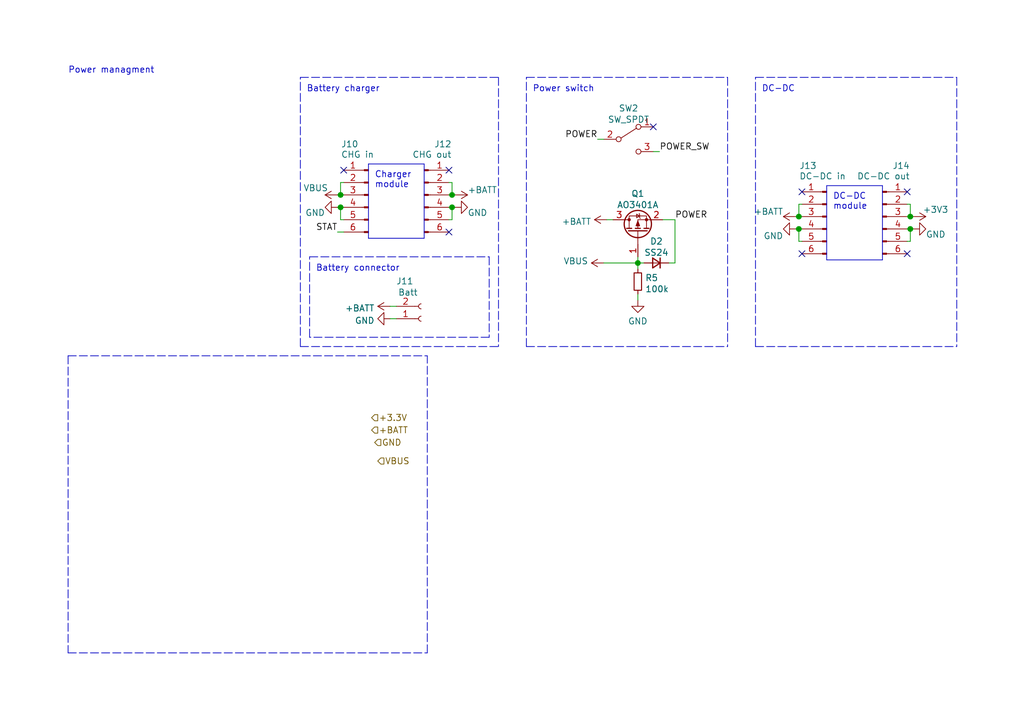
<source format=kicad_sch>
(kicad_sch (version 20210621) (generator eeschema)
  (paper "A5")
  (lib_symbols
    (symbol "Connector:Conn_01x02_Female" (pin_names (offset 1.016) hide)
      (property "Reference" "J" (at 0 2.54 0))
      (property "Value" "Conn_01x02_Female" (at 0 -5.08 0))
      (symbol "Conn_01x02_Female_1_1"
        (arc (start 0 -2.032) (end 0 -3.048) (radius (at 0 -2.54) (length 0.508) (angles 90.1 -90.1)) (stroke (width 0.1524)))
        (arc (start 0 0.508) (end 0 -0.508) (radius (at 0 0) (length 0.508) (angles 90.1 -90.1)) (stroke (width 0.1524)))
        (polyline (pts (xy -1.27 -2.54) (xy -0.508 -2.54)) (stroke (width 0.1524)))
        (polyline (pts (xy -1.27 0) (xy -0.508 0)) (stroke (width 0.1524)))
        (pin passive line (at -5.08 0 0) (length 3.81) (name "Pin_1") (number "1"))
        (pin passive line (at -5.08 -2.54 0) (length 3.81) (name "Pin_2") (number "2"))
      )
    )
    (symbol "Connector:Conn_01x06_Male" (pin_names (offset 1.016) hide)
      (property "Reference" "J" (at 0 7.62 0))
      (property "Value" "Conn_01x06_Male" (at 0 -10.16 0))
      (symbol "Conn_01x06_Male_1_1"
        (rectangle (start 0.8636 -7.493) (end 0 -7.747) (stroke (width 0.1524)) (fill (type outline)))
        (rectangle (start 0.8636 -4.953) (end 0 -5.207) (stroke (width 0.1524)) (fill (type outline)))
        (rectangle (start 0.8636 -2.413) (end 0 -2.667) (stroke (width 0.1524)) (fill (type outline)))
        (rectangle (start 0.8636 0.127) (end 0 -0.127) (stroke (width 0.1524)) (fill (type outline)))
        (rectangle (start 0.8636 2.667) (end 0 2.413) (stroke (width 0.1524)) (fill (type outline)))
        (rectangle (start 0.8636 5.207) (end 0 4.953) (stroke (width 0.1524)) (fill (type outline)))
        (polyline (pts (xy 1.27 -7.62) (xy 0.8636 -7.62)) (stroke (width 0.1524)))
        (polyline (pts (xy 1.27 -5.08) (xy 0.8636 -5.08)) (stroke (width 0.1524)))
        (polyline (pts (xy 1.27 -2.54) (xy 0.8636 -2.54)) (stroke (width 0.1524)))
        (polyline (pts (xy 1.27 0) (xy 0.8636 0)) (stroke (width 0.1524)))
        (polyline (pts (xy 1.27 2.54) (xy 0.8636 2.54)) (stroke (width 0.1524)))
        (polyline (pts (xy 1.27 5.08) (xy 0.8636 5.08)) (stroke (width 0.1524)))
        (pin passive line (at 5.08 5.08 180) (length 3.81) (name "Pin_1") (number "1"))
        (pin passive line (at 5.08 2.54 180) (length 3.81) (name "Pin_2") (number "2"))
        (pin passive line (at 5.08 0 180) (length 3.81) (name "Pin_3") (number "3"))
        (pin passive line (at 5.08 -2.54 180) (length 3.81) (name "Pin_4") (number "4"))
        (pin passive line (at 5.08 -5.08 180) (length 3.81) (name "Pin_5") (number "5"))
        (pin passive line (at 5.08 -7.62 180) (length 3.81) (name "Pin_6") (number "6"))
      )
    )
    (symbol "Device:D_Small" (pin_numbers hide) (pin_names (offset 0.254) hide)
      (property "Reference" "D" (at -1.27 2.032 0))
      (property "Value" "D_Small" (at -3.81 -2.032 0))
      (symbol "D_Small_0_1"
        (polyline (pts (xy -0.762 -1.016) (xy -0.762 1.016)) (stroke (width 0.254)))
        (polyline (pts (xy -0.762 0) (xy 0.762 0)))
        (polyline (pts (xy 0.762 -1.016) (xy -0.762 0) (xy 0.762 1.016) (xy 0.762 -1.016)) (stroke (width 0.254)))
      )
      (symbol "D_Small_1_1"
        (pin passive line (at -2.54 0 0) (length 1.778) (name "K") (number "1"))
        (pin passive line (at 2.54 0 180) (length 1.778) (name "A") (number "2"))
      )
    )
    (symbol "Device:R_Small" (pin_numbers hide) (pin_names (offset 0.254) hide)
      (property "Reference" "R" (at 0.762 0.508 0))
      (property "Value" "R_Small" (at 0.762 -1.016 0))
      (symbol "R_Small_0_1"
        (rectangle (start -0.762 1.778) (end 0.762 -1.778) (stroke (width 0.2032)))
      )
      (symbol "R_Small_1_1"
        (pin passive line (at 0 2.54 270) (length 0.762) (name "~") (number "1"))
        (pin passive line (at 0 -2.54 90) (length 0.762) (name "~") (number "2"))
      )
    )
    (symbol "Switch:SW_SPDT" (pin_names (offset 0) hide)
      (property "Reference" "SW" (at 0 4.318 0))
      (property "Value" "SW_SPDT" (at 0 -5.08 0))
      (symbol "SW_SPDT_0_0"
        (circle (center -2.032 0) (radius 0.508))
        (circle (center 2.032 -2.54) (radius 0.508))
      )
      (symbol "SW_SPDT_0_1"
        (circle (center 2.032 2.54) (radius 0.508))
        (polyline (pts (xy -1.524 0.254) (xy 1.651 2.286)))
      )
      (symbol "SW_SPDT_1_1"
        (pin passive line (at 5.08 2.54 180) (length 2.54) (name "A") (number "1"))
        (pin passive line (at -5.08 0 0) (length 2.54) (name "B") (number "2"))
        (pin passive line (at 5.08 -2.54 180) (length 2.54) (name "C") (number "3"))
      )
    )
    (symbol "Transistor_FET:AO3401A" (pin_names hide)
      (property "Reference" "Q" (at 5.08 1.905 0))
      (property "Value" "AO3401A" (at 5.08 0 0))
      (symbol "AO3401A_0_1"
        (circle (center 1.651 0) (radius 2.794) (stroke (width 0.254)))
        (circle (center 2.54 -1.778) (radius 0.254) (fill (type outline)))
        (circle (center 2.54 1.778) (radius 0.254) (fill (type outline)))
        (polyline (pts (xy 0.254 0) (xy -2.54 0)))
        (polyline (pts (xy 0.254 1.905) (xy 0.254 -1.905)) (stroke (width 0.254)))
        (polyline (pts (xy 0.762 -1.27) (xy 0.762 -2.286)) (stroke (width 0.254)))
        (polyline (pts (xy 0.762 0.508) (xy 0.762 -0.508)) (stroke (width 0.254)))
        (polyline (pts (xy 0.762 2.286) (xy 0.762 1.27)) (stroke (width 0.254)))
        (polyline (pts (xy 2.54 2.54) (xy 2.54 1.778)))
        (polyline (pts (xy 2.54 -2.54) (xy 2.54 0) (xy 0.762 0)))
        (polyline (pts (xy 0.762 1.778) (xy 3.302 1.778) (xy 3.302 -1.778) (xy 0.762 -1.778)))
        (polyline (pts (xy 2.794 -0.508) (xy 2.921 -0.381) (xy 3.683 -0.381) (xy 3.81 -0.254)))
        (polyline (pts (xy 3.302 -0.381) (xy 2.921 0.254) (xy 3.683 0.254) (xy 3.302 -0.381)))
        (polyline (pts (xy 2.286 0) (xy 1.27 0.381) (xy 1.27 -0.381) (xy 2.286 0)) (fill (type outline)))
      )
      (symbol "AO3401A_1_1"
        (pin input line (at -5.08 0 0) (length 2.54) (name "G") (number "1"))
        (pin passive line (at 2.54 -5.08 90) (length 2.54) (name "S") (number "2"))
        (pin passive line (at 2.54 5.08 270) (length 2.54) (name "D") (number "3"))
      )
    )
    (symbol "power:+3.3V" (power) (pin_names (offset 0))
      (property "Value" "+3.3V" (at 0 3.556 0))
      (symbol "+3.3V_0_1"
        (polyline (pts (xy -0.762 1.27) (xy 0 2.54)))
        (polyline (pts (xy 0 0) (xy 0 2.54)))
        (polyline (pts (xy 0 2.54) (xy 0.762 1.27)))
      )
      (symbol "+3.3V_1_1"
        (pin power_in line (at 0 0 90) (length 0) hide (name "+3V3") (number "1"))
      )
    )
    (symbol "power:+BATT" (power) (pin_names (offset 0))
      (property "Value" "+BATT" (at 0 3.556 0))
      (symbol "+BATT_0_1"
        (polyline (pts (xy -0.762 1.27) (xy 0 2.54)))
        (polyline (pts (xy 0 0) (xy 0 2.54)))
        (polyline (pts (xy 0 2.54) (xy 0.762 1.27)))
      )
      (symbol "+BATT_1_1"
        (pin power_in line (at 0 0 90) (length 0) hide (name "+BATT") (number "1"))
      )
    )
    (symbol "power:GND" (power) (pin_names (offset 0))
      (property "Value" "GND" (at 0 -3.81 0))
      (symbol "GND_0_1"
        (polyline (pts (xy 0 0) (xy 0 -1.27) (xy 1.27 -1.27) (xy 0 -2.54) (xy -1.27 -1.27) (xy 0 -1.27)))
      )
      (symbol "GND_1_1"
        (pin power_in line (at 0 0 270) (length 0) hide (name "GND") (number "1"))
      )
    )
    (symbol "power:VBUS" (power) (pin_names (offset 0))
      (property "Value" "VBUS" (at 0 3.81 0))
      (symbol "VBUS_0_1"
        (polyline (pts (xy -0.762 1.27) (xy 0 2.54)))
        (polyline (pts (xy 0 0) (xy 0 2.54)))
        (polyline (pts (xy 0 2.54) (xy 0.762 1.27)))
      )
      (symbol "VBUS_1_1"
        (pin power_in line (at 0 0 90) (length 0) hide (name "VBUS") (number "1"))
      )
    )
  )
  (junction (at 69.85 40.005) (diameter 1.016))
  (junction (at 69.85 42.545) (diameter 1.016))
  (junction (at 92.71 40.005) (diameter 1.016))
  (junction (at 92.71 42.545) (diameter 1.016))
  (junction (at 130.81 53.975) (diameter 1.016))
  (junction (at 163.83 44.45) (diameter 1.016))
  (junction (at 163.83 46.99) (diameter 1.016))
  (junction (at 186.69 44.45) (diameter 1.016))
  (junction (at 186.69 46.99) (diameter 1.016))
  (no_connect (at 70.485 34.925))
  (no_connect (at 92.075 34.925))
  (no_connect (at 92.075 47.625))
  (no_connect (at 133.985 26.035))
  (no_connect (at 164.465 39.37))
  (no_connect (at 164.465 52.07))
  (no_connect (at 186.055 39.37))
  (no_connect (at 186.055 52.07))
  (wire (pts (xy 69.215 40.005) (xy 69.85 40.005)))
  (wire (pts (xy 69.215 42.545) (xy 69.85 42.545)))
  (wire (pts (xy 69.215 47.625) (xy 70.485 47.625)))
  (wire (pts (xy 69.85 37.465) (xy 70.485 37.465)))
  (wire (pts (xy 69.85 40.005) (xy 69.85 37.465)))
  (wire (pts (xy 69.85 40.005) (xy 70.485 40.005)))
  (wire (pts (xy 69.85 42.545) (xy 70.485 42.545)))
  (wire (pts (xy 69.85 45.085) (xy 69.85 42.545)))
  (wire (pts (xy 70.485 45.085) (xy 69.85 45.085)))
  (wire (pts (xy 80.01 62.865) (xy 81.28 62.865)))
  (wire (pts (xy 80.01 65.405) (xy 81.28 65.405)))
  (wire (pts (xy 92.075 37.465) (xy 92.71 37.465)))
  (wire (pts (xy 92.075 40.005) (xy 92.71 40.005)))
  (wire (pts (xy 92.075 42.545) (xy 92.71 42.545)))
  (wire (pts (xy 92.075 45.085) (xy 92.71 45.085)))
  (wire (pts (xy 92.71 37.465) (xy 92.71 40.005)))
  (wire (pts (xy 92.71 40.005) (xy 93.345 40.005)))
  (wire (pts (xy 92.71 42.545) (xy 93.345 42.545)))
  (wire (pts (xy 92.71 45.085) (xy 92.71 42.545)))
  (wire (pts (xy 122.555 28.575) (xy 123.825 28.575)))
  (wire (pts (xy 123.825 53.975) (xy 130.81 53.975)))
  (wire (pts (xy 124.46 45.085) (xy 125.73 45.085)))
  (wire (pts (xy 130.81 52.705) (xy 130.81 53.975)))
  (wire (pts (xy 130.81 53.975) (xy 130.81 55.245)))
  (wire (pts (xy 130.81 53.975) (xy 132.08 53.975)))
  (wire (pts (xy 130.81 61.595) (xy 130.81 60.325)))
  (wire (pts (xy 133.985 31.115) (xy 135.255 31.115)))
  (wire (pts (xy 135.89 45.085) (xy 138.43 45.085)))
  (wire (pts (xy 138.43 45.085) (xy 138.43 53.975)))
  (wire (pts (xy 138.43 53.975) (xy 137.16 53.975)))
  (wire (pts (xy 163.195 44.45) (xy 163.83 44.45)))
  (wire (pts (xy 163.195 46.99) (xy 163.83 46.99)))
  (wire (pts (xy 163.83 41.91) (xy 164.465 41.91)))
  (wire (pts (xy 163.83 44.45) (xy 163.83 41.91)))
  (wire (pts (xy 163.83 44.45) (xy 164.465 44.45)))
  (wire (pts (xy 163.83 46.99) (xy 163.83 49.53)))
  (wire (pts (xy 163.83 46.99) (xy 164.465 46.99)))
  (wire (pts (xy 163.83 49.53) (xy 164.465 49.53)))
  (wire (pts (xy 186.055 41.91) (xy 186.69 41.91)))
  (wire (pts (xy 186.055 44.45) (xy 186.69 44.45)))
  (wire (pts (xy 186.055 46.99) (xy 186.69 46.99)))
  (wire (pts (xy 186.055 49.53) (xy 186.69 49.53)))
  (wire (pts (xy 186.69 41.91) (xy 186.69 44.45)))
  (wire (pts (xy 186.69 44.45) (xy 187.325 44.45)))
  (wire (pts (xy 186.69 46.99) (xy 187.325 46.99)))
  (wire (pts (xy 186.69 49.53) (xy 186.69 46.99)))
  (polyline (pts (xy 13.97 73.025) (xy 13.97 133.985)) (stroke (width 0) (type dash)))
  (polyline (pts (xy 13.97 73.025) (xy 87.63 73.025)) (stroke (width 0) (type dash)))
  (polyline (pts (xy 13.97 133.985) (xy 87.63 133.985)) (stroke (width 0) (type dash)))
  (polyline (pts (xy 61.595 15.875) (xy 102.235 15.875)) (stroke (width 0) (type dash)))
  (polyline (pts (xy 61.595 71.12) (xy 61.595 15.875)) (stroke (width 0) (type dash)))
  (polyline (pts (xy 61.595 71.12) (xy 102.235 71.12)) (stroke (width 0) (type dash)))
  (polyline (pts (xy 63.5 52.705) (xy 100.33 52.705)) (stroke (width 0) (type dash)))
  (polyline (pts (xy 63.5 69.215) (xy 63.5 52.705)) (stroke (width 0) (type dash)))
  (polyline (pts (xy 75.565 33.655) (xy 75.565 48.895)) (stroke (width 0) (type solid)))
  (polyline (pts (xy 75.565 33.655) (xy 86.995 33.655)) (stroke (width 0) (type solid)))
  (polyline (pts (xy 75.565 48.895) (xy 86.995 48.895)) (stroke (width 0) (type solid)))
  (polyline (pts (xy 86.995 48.895) (xy 86.995 33.655)) (stroke (width 0) (type solid)))
  (polyline (pts (xy 87.63 133.985) (xy 87.63 73.025)) (stroke (width 0) (type dash)))
  (polyline (pts (xy 100.33 52.705) (xy 100.33 69.215)) (stroke (width 0) (type dash)))
  (polyline (pts (xy 100.33 69.215) (xy 63.5 69.215)) (stroke (width 0) (type dash)))
  (polyline (pts (xy 102.235 15.875) (xy 102.235 71.12)) (stroke (width 0) (type dash)))
  (polyline (pts (xy 107.95 15.875) (xy 149.225 15.875)) (stroke (width 0) (type dash)))
  (polyline (pts (xy 107.95 71.12) (xy 107.95 15.875)) (stroke (width 0) (type dash)))
  (polyline (pts (xy 107.95 71.12) (xy 149.225 71.12)) (stroke (width 0) (type dash)))
  (polyline (pts (xy 149.225 15.875) (xy 149.225 71.12)) (stroke (width 0) (type dash)))
  (polyline (pts (xy 154.94 15.875) (xy 196.215 15.875)) (stroke (width 0) (type dash)))
  (polyline (pts (xy 154.94 71.12) (xy 154.94 15.875)) (stroke (width 0) (type dash)))
  (polyline (pts (xy 154.94 71.12) (xy 196.215 71.12)) (stroke (width 0) (type dash)))
  (polyline (pts (xy 169.545 38.1) (xy 169.545 53.34)) (stroke (width 0) (type solid)))
  (polyline (pts (xy 169.545 38.1) (xy 180.975 38.1)) (stroke (width 0) (type solid)))
  (polyline (pts (xy 169.545 53.34) (xy 180.975 53.34)) (stroke (width 0) (type solid)))
  (polyline (pts (xy 180.975 53.34) (xy 180.975 38.1)) (stroke (width 0) (type solid)))
  (polyline (pts (xy 196.215 15.875) (xy 196.215 71.12)) (stroke (width 0) (type dash)))
  (text "Power managment" (at 13.97 15.24 0) (effects (font (size 1.27 1.27)) (justify left bottom)))
  (text "Battery charger" (at 62.865 19.05 0) (effects (font (size 1.27 1.27)) (justify left bottom)))
  (text "Battery connector" (at 64.77 55.88 0) (effects (font (size 1.27 1.27)) (justify left bottom)))
  (text "Charger\nmodule" (at 76.835 38.735 0) (effects (font (size 1.27 1.27)) (justify left bottom)))
  (text "Power switch" (at 109.22 19.05 0) (effects (font (size 1.27 1.27)) (justify left bottom)))
  (text "DC-DC" (at 156.21 19.05 0) (effects (font (size 1.27 1.27)) (justify left bottom)))
  (text "DC-DC\nmodule" (at 170.815 43.18 0) (effects (font (size 1.27 1.27)) (justify left bottom)))
  (label "STAT" (at 69.215 47.625 180))
  (label "POWER" (at 122.555 28.575 180))
  (label "POWER_SW" (at 135.255 31.115 0))
  (label "POWER" (at 138.43 45.085 0))
  (hierarchical_label "+3.3V" (shape input) (at 76.2 85.725 0))
  (hierarchical_label "+BATT" (shape input) (at 76.2 88.265 0))
  (hierarchical_label "GND" (shape input) (at 76.835 90.805 0))
  (hierarchical_label "VBUS" (shape input) (at 77.47 94.615 0))
  (symbol (lib_id "power:VBUS") (at 69.215 40.005 90) (unit 1)
    (property "Reference" "#PWR0130" (effects hide))
    (property "Value" "VBUS" (at 67.3099 38.579 90) (effects (justify left)))
  )
  (symbol (lib_id "power:+BATT") (at 80.01 62.865 90) (unit 1)
    (property "Reference" "#PWR0132" (effects hide))
    (property "Value" "+BATT" (at 76.8349 63.2535 90) (effects (justify left)))
  )
  (symbol (lib_id "power:+BATT") (at 93.345 40.005 270) (unit 1)
    (property "Reference" "#PWR0129" (effects hide))
    (property "Value" "+BATT" (at 95.8851 38.9815 90) (effects (justify left)))
  )
  (symbol (lib_id "power:VBUS") (at 123.825 53.975 90) (unit 1)
    (property "Reference" "#PWR0125" (effects hide))
    (property "Value" "VBUS" (at 120.6499 53.5865 90) (effects (justify left)))
  )
  (symbol (lib_id "power:+BATT") (at 124.46 45.085 90) (unit 1)
    (property "Reference" "#PWR0126" (effects hide))
    (property "Value" "+BATT" (at 121.2849 45.4735 90) (effects (justify left)))
  )
  (symbol (lib_id "power:+BATT") (at 163.195 44.45 90) (mirror x) (unit 1)
    (property "Reference" "#PWR0124" (effects hide))
    (property "Value" "+BATT" (at 160.6549 43.4265 90) (effects (justify left)))
  )
  (symbol (lib_id "power:+3.3V") (at 187.325 44.45 270) (unit 1)
    (property "Reference" "#PWR0122" (effects hide))
    (property "Value" "+3.3V" (at 189.2301 43.024 90) (effects (justify left)))
  )
  (symbol (lib_id "power:GND") (at 69.215 42.545 270) (unit 1)
    (property "Reference" "#PWR0131" (effects hide))
    (property "Value" "GND" (at 66.675 43.659 90) (effects (justify right)))
  )
  (symbol (lib_id "power:GND") (at 80.01 65.405 270) (unit 1)
    (property "Reference" "#PWR0133" (effects hide))
    (property "Value" "GND" (at 76.835 65.7935 90) (effects (justify right)))
  )
  (symbol (lib_id "power:GND") (at 93.345 42.545 90) (mirror x) (unit 1)
    (property "Reference" "#PWR0128" (effects hide))
    (property "Value" "GND" (at 95.885 43.659 90) (effects (justify right)))
  )
  (symbol (lib_id "power:GND") (at 130.81 61.595 0) (unit 1)
    (property "Reference" "#PWR0127" (effects hide))
    (property "Value" "GND" (at 130.81 65.9194 0))
  )
  (symbol (lib_id "power:GND") (at 163.195 46.99 270) (mirror x) (unit 1)
    (property "Reference" "#PWR0121" (effects hide))
    (property "Value" "GND" (at 160.655 48.416 90) (effects (justify right)))
  )
  (symbol (lib_id "power:GND") (at 187.325 46.99 90) (unit 1)
    (property "Reference" "#PWR0123" (effects hide))
    (property "Value" "GND" (at 189.8651 48.104 90) (effects (justify right)))
  )
  (symbol (lib_id "Device:R_Small") (at 130.81 57.785 0) (unit 1)
    (property "Reference" "R5" (at 132.3087 57.0241 0) (effects (justify left)))
    (property "Value" "100k" (at 132.3087 59.3228 0) (effects (justify left)))
    (property "Footprint" "Resistor_SMD:R_0603_1608Metric" (effects hide))
    (property "LCSC Part" "C25803" (effects hide))
  )
  (symbol (lib_id "Device:D_Small") (at 134.62 53.975 180) (unit 1)
    (property "Reference" "D2" (at 134.62 49.5258 0))
    (property "Value" "SS24" (at 134.62 51.8245 0))
    (property "Footprint" "Diode_SMD:D_SMA" (effects hide))
    (property "LCSC Part" "C181203" (effects hide))
  )
  (symbol (lib_id "Connector:Conn_01x02_Female") (at 86.36 65.405 0) (mirror x) (unit 1)
    (property "Reference" "J11" (at 83.0326 57.7046 0))
    (property "Value" "Batt" (at 83.6676 60.0033 0))
    (property "Footprint" "Connector_JST:JST_PH_S2B-PH-K_1x02_P2.00mm_Horizontal" (effects hide))
    (property "LCSC Part" "C173752" (effects hide))
  )
  (symbol (lib_id "Switch:SW_SPDT") (at 128.905 28.575 0) (unit 1)
    (property "Reference" "SW2" (at 128.905 22.2208 0))
    (property "Value" "SW_SPDT" (at 128.905 24.5195 0))
    (property "Footprint" "custom:SW-TH_SS-12D11G5" (effects hide))
    (property "LCSC Part" "C692484" (effects hide))
  )
  (symbol (lib_id "Connector:Conn_01x06_Male") (at 75.565 40.005 0) (mirror y) (unit 1)
    (property "Reference" "J10" (at 69.9263 29.5715 0) (effects (justify right)))
    (property "Value" "CHG in" (at 69.9263 31.7116 0) (effects (justify right)))
    (property "Footprint" "custom:PinSocket_1x06_P2.54mm_Vertical" (effects hide))
  )
  (symbol (lib_id "Connector:Conn_01x06_Male") (at 86.995 40.005 0) (unit 1)
    (property "Reference" "J12" (at 92.6337 29.5715 0) (effects (justify right)))
    (property "Value" "CHG out" (at 92.6337 31.7116 0) (effects (justify right)))
    (property "Footprint" "custom:PinSocket_1x06_P2.54mm_Vertical" (effects hide))
  )
  (symbol (lib_id "Connector:Conn_01x06_Male") (at 169.545 44.45 0) (mirror y) (unit 1)
    (property "Reference" "J13" (at 163.9063 34.0165 0) (effects (justify right)))
    (property "Value" "DC-DC in" (at 163.9063 36.1566 0) (effects (justify right)))
    (property "Footprint" "custom:PinSocket_1x06_P2.54mm_Vertical" (effects hide))
  )
  (symbol (lib_id "Connector:Conn_01x06_Male") (at 180.975 44.45 0) (unit 1)
    (property "Reference" "J14" (at 186.6137 34.0165 0) (effects (justify right)))
    (property "Value" "DC-DC out" (at 186.6137 36.1566 0) (effects (justify right)))
    (property "Footprint" "custom:PinSocket_1x06_P2.54mm_Vertical" (effects hide))
  )
  (symbol (lib_id "Transistor_FET:AO3401A") (at 130.81 47.625 90) (unit 1)
    (property "Reference" "Q1" (at 130.81 39.7468 90))
    (property "Value" "AO3401A" (at 130.81 42.0455 90))
    (property "Footprint" "Package_TO_SOT_SMD:SOT-23" (effects hide))
    (property "Datasheet" "http://www.aosmd.com/pdfs/datasheet/AO3401A.pdf" (effects hide))
    (property "LCSC Part" "C347476" (effects hide))
  )
)
</source>
